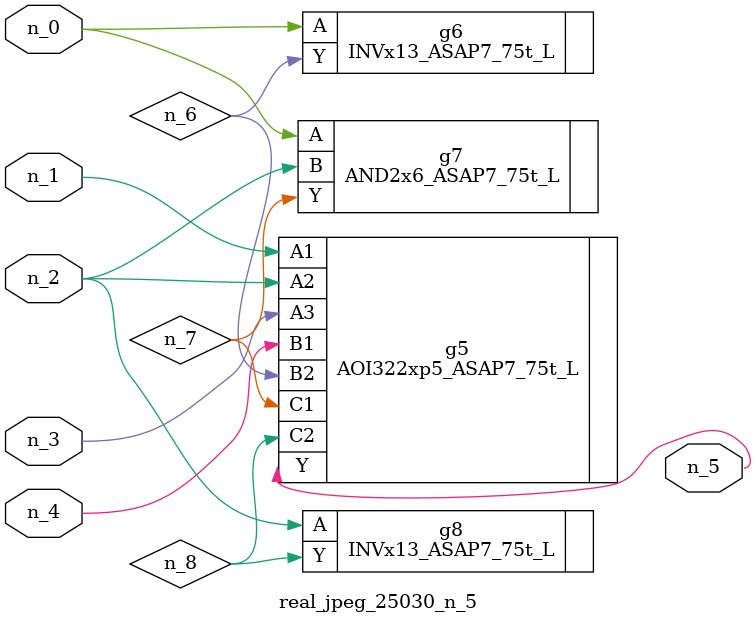
<source format=v>
module real_jpeg_25030_n_5 (n_4, n_0, n_1, n_2, n_3, n_5);

input n_4;
input n_0;
input n_1;
input n_2;
input n_3;

output n_5;

wire n_8;
wire n_6;
wire n_7;

INVx13_ASAP7_75t_L g6 ( 
.A(n_0),
.Y(n_6)
);

AND2x6_ASAP7_75t_L g7 ( 
.A(n_0),
.B(n_2),
.Y(n_7)
);

AOI322xp5_ASAP7_75t_L g5 ( 
.A1(n_1),
.A2(n_2),
.A3(n_3),
.B1(n_4),
.B2(n_6),
.C1(n_7),
.C2(n_8),
.Y(n_5)
);

INVx13_ASAP7_75t_L g8 ( 
.A(n_2),
.Y(n_8)
);


endmodule
</source>
